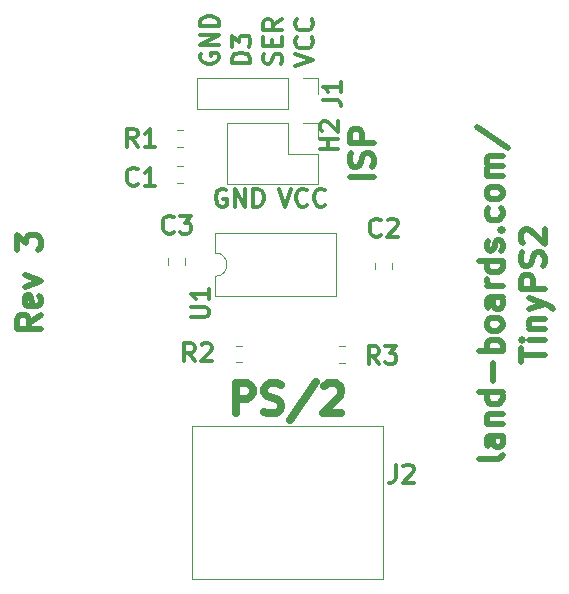
<source format=gbr>
G04 #@! TF.GenerationSoftware,KiCad,Pcbnew,(5.1.10)-1*
G04 #@! TF.CreationDate,2022-05-05T12:24:17-04:00*
G04 #@! TF.ProjectId,TinyPS2,54696e79-5053-4322-9e6b-696361645f70,X1*
G04 #@! TF.SameCoordinates,Original*
G04 #@! TF.FileFunction,Legend,Top*
G04 #@! TF.FilePolarity,Positive*
%FSLAX46Y46*%
G04 Gerber Fmt 4.6, Leading zero omitted, Abs format (unit mm)*
G04 Created by KiCad (PCBNEW (5.1.10)-1) date 2022-05-05 12:24:17*
%MOMM*%
%LPD*%
G01*
G04 APERTURE LIST*
%ADD10C,0.635000*%
%ADD11C,0.304800*%
%ADD12C,0.508000*%
%ADD13C,0.120000*%
G04 APERTURE END LIST*
D10*
X30383238Y-44583047D02*
X30383238Y-42043047D01*
X31350857Y-42043047D01*
X31592761Y-42164000D01*
X31713714Y-42284952D01*
X31834666Y-42526857D01*
X31834666Y-42889714D01*
X31713714Y-43131619D01*
X31592761Y-43252571D01*
X31350857Y-43373523D01*
X30383238Y-43373523D01*
X32802285Y-44462095D02*
X33165142Y-44583047D01*
X33769904Y-44583047D01*
X34011809Y-44462095D01*
X34132761Y-44341142D01*
X34253714Y-44099238D01*
X34253714Y-43857333D01*
X34132761Y-43615428D01*
X34011809Y-43494476D01*
X33769904Y-43373523D01*
X33286095Y-43252571D01*
X33044190Y-43131619D01*
X32923238Y-43010666D01*
X32802285Y-42768761D01*
X32802285Y-42526857D01*
X32923238Y-42284952D01*
X33044190Y-42164000D01*
X33286095Y-42043047D01*
X33890857Y-42043047D01*
X34253714Y-42164000D01*
X37156571Y-41922095D02*
X34979428Y-45187809D01*
X37882285Y-42284952D02*
X38003238Y-42164000D01*
X38245142Y-42043047D01*
X38849904Y-42043047D01*
X39091809Y-42164000D01*
X39212761Y-42284952D01*
X39333714Y-42526857D01*
X39333714Y-42768761D01*
X39212761Y-43131619D01*
X37761333Y-44583047D01*
X39333714Y-44583047D01*
D11*
X29572857Y-25654000D02*
X29427714Y-25581428D01*
X29210000Y-25581428D01*
X28992285Y-25654000D01*
X28847142Y-25799142D01*
X28774571Y-25944285D01*
X28702000Y-26234571D01*
X28702000Y-26452285D01*
X28774571Y-26742571D01*
X28847142Y-26887714D01*
X28992285Y-27032857D01*
X29210000Y-27105428D01*
X29355142Y-27105428D01*
X29572857Y-27032857D01*
X29645428Y-26960285D01*
X29645428Y-26452285D01*
X29355142Y-26452285D01*
X30298571Y-27105428D02*
X30298571Y-25581428D01*
X31169428Y-27105428D01*
X31169428Y-25581428D01*
X31895142Y-27105428D02*
X31895142Y-25581428D01*
X32258000Y-25581428D01*
X32475714Y-25654000D01*
X32620857Y-25799142D01*
X32693428Y-25944285D01*
X32766000Y-26234571D01*
X32766000Y-26452285D01*
X32693428Y-26742571D01*
X32620857Y-26887714D01*
X32475714Y-27032857D01*
X32258000Y-27105428D01*
X31895142Y-27105428D01*
X34036000Y-25581428D02*
X34544000Y-27105428D01*
X35052000Y-25581428D01*
X36430857Y-26960285D02*
X36358285Y-27032857D01*
X36140571Y-27105428D01*
X35995428Y-27105428D01*
X35777714Y-27032857D01*
X35632571Y-26887714D01*
X35560000Y-26742571D01*
X35487428Y-26452285D01*
X35487428Y-26234571D01*
X35560000Y-25944285D01*
X35632571Y-25799142D01*
X35777714Y-25654000D01*
X35995428Y-25581428D01*
X36140571Y-25581428D01*
X36358285Y-25654000D01*
X36430857Y-25726571D01*
X37954857Y-26960285D02*
X37882285Y-27032857D01*
X37664571Y-27105428D01*
X37519428Y-27105428D01*
X37301714Y-27032857D01*
X37156571Y-26887714D01*
X37084000Y-26742571D01*
X37011428Y-26452285D01*
X37011428Y-26234571D01*
X37084000Y-25944285D01*
X37156571Y-25799142D01*
X37301714Y-25654000D01*
X37519428Y-25581428D01*
X37664571Y-25581428D01*
X37882285Y-25654000D01*
X37954857Y-25726571D01*
X27470100Y-14134737D02*
X27395109Y-14279880D01*
X27395109Y-14497594D01*
X27470100Y-14715308D01*
X27620080Y-14860451D01*
X27770061Y-14933022D01*
X28070023Y-15005594D01*
X28294995Y-15005594D01*
X28594957Y-14933022D01*
X28744938Y-14860451D01*
X28894919Y-14715308D01*
X28969909Y-14497594D01*
X28969909Y-14352451D01*
X28894919Y-14134737D01*
X28819928Y-14062165D01*
X28294995Y-14062165D01*
X28294995Y-14352451D01*
X28969909Y-13409022D02*
X27395109Y-13409022D01*
X28969909Y-12538165D01*
X27395109Y-12538165D01*
X28969909Y-11812451D02*
X27395109Y-11812451D01*
X27395109Y-11449594D01*
X27470100Y-11231880D01*
X27620080Y-11086737D01*
X27770061Y-11014165D01*
X28070023Y-10941594D01*
X28294995Y-10941594D01*
X28594957Y-11014165D01*
X28744938Y-11086737D01*
X28894919Y-11231880D01*
X28969909Y-11449594D01*
X28969909Y-11812451D01*
X31636909Y-14933022D02*
X30062109Y-14933022D01*
X30062109Y-14570165D01*
X30137100Y-14352451D01*
X30287080Y-14207308D01*
X30437061Y-14134737D01*
X30737023Y-14062165D01*
X30961995Y-14062165D01*
X31261957Y-14134737D01*
X31411938Y-14207308D01*
X31561919Y-14352451D01*
X31636909Y-14570165D01*
X31636909Y-14933022D01*
X30062109Y-13554165D02*
X30062109Y-12610737D01*
X30662033Y-13118737D01*
X30662033Y-12901022D01*
X30737023Y-12755880D01*
X30812014Y-12683308D01*
X30961995Y-12610737D01*
X31336947Y-12610737D01*
X31486928Y-12683308D01*
X31561919Y-12755880D01*
X31636909Y-12901022D01*
X31636909Y-13336451D01*
X31561919Y-13481594D01*
X31486928Y-13554165D01*
X34228919Y-15005594D02*
X34303909Y-14787880D01*
X34303909Y-14425022D01*
X34228919Y-14279880D01*
X34153928Y-14207308D01*
X34003947Y-14134737D01*
X33853966Y-14134737D01*
X33703985Y-14207308D01*
X33628995Y-14279880D01*
X33554004Y-14425022D01*
X33479014Y-14715308D01*
X33404023Y-14860451D01*
X33329033Y-14933022D01*
X33179052Y-15005594D01*
X33029071Y-15005594D01*
X32879090Y-14933022D01*
X32804100Y-14860451D01*
X32729109Y-14715308D01*
X32729109Y-14352451D01*
X32804100Y-14134737D01*
X33479014Y-13481594D02*
X33479014Y-12973594D01*
X34303909Y-12755880D02*
X34303909Y-13481594D01*
X32729109Y-13481594D01*
X32729109Y-12755880D01*
X34303909Y-11231880D02*
X33554004Y-11739880D01*
X34303909Y-12102737D02*
X32729109Y-12102737D01*
X32729109Y-11522165D01*
X32804100Y-11377022D01*
X32879090Y-11304451D01*
X33029071Y-11231880D01*
X33254042Y-11231880D01*
X33404023Y-11304451D01*
X33479014Y-11377022D01*
X33554004Y-11522165D01*
X33554004Y-12102737D01*
X35396109Y-15150737D02*
X36970909Y-14642737D01*
X35396109Y-14134737D01*
X36820928Y-12755880D02*
X36895919Y-12828451D01*
X36970909Y-13046165D01*
X36970909Y-13191308D01*
X36895919Y-13409022D01*
X36745938Y-13554165D01*
X36595957Y-13626737D01*
X36295995Y-13699308D01*
X36071023Y-13699308D01*
X35771061Y-13626737D01*
X35621080Y-13554165D01*
X35471100Y-13409022D01*
X35396109Y-13191308D01*
X35396109Y-13046165D01*
X35471100Y-12828451D01*
X35546090Y-12755880D01*
X36820928Y-11231880D02*
X36895919Y-11304451D01*
X36970909Y-11522165D01*
X36970909Y-11667308D01*
X36895919Y-11885022D01*
X36745938Y-12030165D01*
X36595957Y-12102737D01*
X36295995Y-12175308D01*
X36071023Y-12175308D01*
X35771061Y-12102737D01*
X35621080Y-12030165D01*
X35471100Y-11885022D01*
X35396109Y-11667308D01*
X35396109Y-11522165D01*
X35471100Y-11304451D01*
X35546090Y-11231880D01*
D12*
X13873238Y-36285714D02*
X12905619Y-36963047D01*
X13873238Y-37446857D02*
X11841238Y-37446857D01*
X11841238Y-36672761D01*
X11938000Y-36479238D01*
X12034761Y-36382476D01*
X12228285Y-36285714D01*
X12518571Y-36285714D01*
X12712095Y-36382476D01*
X12808857Y-36479238D01*
X12905619Y-36672761D01*
X12905619Y-37446857D01*
X13776476Y-34640761D02*
X13873238Y-34834285D01*
X13873238Y-35221333D01*
X13776476Y-35414857D01*
X13582952Y-35511619D01*
X12808857Y-35511619D01*
X12615333Y-35414857D01*
X12518571Y-35221333D01*
X12518571Y-34834285D01*
X12615333Y-34640761D01*
X12808857Y-34544000D01*
X13002380Y-34544000D01*
X13195904Y-35511619D01*
X12518571Y-33866666D02*
X13873238Y-33382857D01*
X12518571Y-32899047D01*
X11841238Y-30770285D02*
X11841238Y-29512380D01*
X12615333Y-30189714D01*
X12615333Y-29899428D01*
X12712095Y-29705904D01*
X12808857Y-29609142D01*
X13002380Y-29512380D01*
X13486190Y-29512380D01*
X13679714Y-29609142D01*
X13776476Y-29705904D01*
X13873238Y-29899428D01*
X13873238Y-30480000D01*
X13776476Y-30673523D01*
X13679714Y-30770285D01*
X42067238Y-24589619D02*
X40035238Y-24589619D01*
X41970476Y-23718761D02*
X42067238Y-23428476D01*
X42067238Y-22944666D01*
X41970476Y-22751142D01*
X41873714Y-22654380D01*
X41680190Y-22557619D01*
X41486666Y-22557619D01*
X41293142Y-22654380D01*
X41196380Y-22751142D01*
X41099619Y-22944666D01*
X41002857Y-23331714D01*
X40906095Y-23525238D01*
X40809333Y-23622000D01*
X40615809Y-23718761D01*
X40422285Y-23718761D01*
X40228761Y-23622000D01*
X40132000Y-23525238D01*
X40035238Y-23331714D01*
X40035238Y-22847904D01*
X40132000Y-22557619D01*
X42067238Y-21686761D02*
X40035238Y-21686761D01*
X40035238Y-20912666D01*
X40132000Y-20719142D01*
X40228761Y-20622380D01*
X40422285Y-20525619D01*
X40712571Y-20525619D01*
X40906095Y-20622380D01*
X41002857Y-20719142D01*
X41099619Y-20912666D01*
X41099619Y-21686761D01*
X52989238Y-48139047D02*
X52892476Y-48332571D01*
X52698952Y-48429333D01*
X50957238Y-48429333D01*
X52989238Y-46494095D02*
X51924857Y-46494095D01*
X51731333Y-46590857D01*
X51634571Y-46784380D01*
X51634571Y-47171428D01*
X51731333Y-47364952D01*
X52892476Y-46494095D02*
X52989238Y-46687619D01*
X52989238Y-47171428D01*
X52892476Y-47364952D01*
X52698952Y-47461714D01*
X52505428Y-47461714D01*
X52311904Y-47364952D01*
X52215142Y-47171428D01*
X52215142Y-46687619D01*
X52118380Y-46494095D01*
X51634571Y-45526476D02*
X52989238Y-45526476D01*
X51828095Y-45526476D02*
X51731333Y-45429714D01*
X51634571Y-45236190D01*
X51634571Y-44945904D01*
X51731333Y-44752380D01*
X51924857Y-44655619D01*
X52989238Y-44655619D01*
X52989238Y-42817142D02*
X50957238Y-42817142D01*
X52892476Y-42817142D02*
X52989238Y-43010666D01*
X52989238Y-43397714D01*
X52892476Y-43591238D01*
X52795714Y-43688000D01*
X52602190Y-43784761D01*
X52021619Y-43784761D01*
X51828095Y-43688000D01*
X51731333Y-43591238D01*
X51634571Y-43397714D01*
X51634571Y-43010666D01*
X51731333Y-42817142D01*
X52215142Y-41849523D02*
X52215142Y-40301333D01*
X52989238Y-39333714D02*
X50957238Y-39333714D01*
X51731333Y-39333714D02*
X51634571Y-39140190D01*
X51634571Y-38753142D01*
X51731333Y-38559619D01*
X51828095Y-38462857D01*
X52021619Y-38366095D01*
X52602190Y-38366095D01*
X52795714Y-38462857D01*
X52892476Y-38559619D01*
X52989238Y-38753142D01*
X52989238Y-39140190D01*
X52892476Y-39333714D01*
X52989238Y-37204952D02*
X52892476Y-37398476D01*
X52795714Y-37495238D01*
X52602190Y-37592000D01*
X52021619Y-37592000D01*
X51828095Y-37495238D01*
X51731333Y-37398476D01*
X51634571Y-37204952D01*
X51634571Y-36914666D01*
X51731333Y-36721142D01*
X51828095Y-36624380D01*
X52021619Y-36527619D01*
X52602190Y-36527619D01*
X52795714Y-36624380D01*
X52892476Y-36721142D01*
X52989238Y-36914666D01*
X52989238Y-37204952D01*
X52989238Y-34785904D02*
X51924857Y-34785904D01*
X51731333Y-34882666D01*
X51634571Y-35076190D01*
X51634571Y-35463238D01*
X51731333Y-35656761D01*
X52892476Y-34785904D02*
X52989238Y-34979428D01*
X52989238Y-35463238D01*
X52892476Y-35656761D01*
X52698952Y-35753523D01*
X52505428Y-35753523D01*
X52311904Y-35656761D01*
X52215142Y-35463238D01*
X52215142Y-34979428D01*
X52118380Y-34785904D01*
X52989238Y-33818285D02*
X51634571Y-33818285D01*
X52021619Y-33818285D02*
X51828095Y-33721523D01*
X51731333Y-33624761D01*
X51634571Y-33431238D01*
X51634571Y-33237714D01*
X52989238Y-31689523D02*
X50957238Y-31689523D01*
X52892476Y-31689523D02*
X52989238Y-31883047D01*
X52989238Y-32270095D01*
X52892476Y-32463619D01*
X52795714Y-32560380D01*
X52602190Y-32657142D01*
X52021619Y-32657142D01*
X51828095Y-32560380D01*
X51731333Y-32463619D01*
X51634571Y-32270095D01*
X51634571Y-31883047D01*
X51731333Y-31689523D01*
X52892476Y-30818666D02*
X52989238Y-30625142D01*
X52989238Y-30238095D01*
X52892476Y-30044571D01*
X52698952Y-29947809D01*
X52602190Y-29947809D01*
X52408666Y-30044571D01*
X52311904Y-30238095D01*
X52311904Y-30528380D01*
X52215142Y-30721904D01*
X52021619Y-30818666D01*
X51924857Y-30818666D01*
X51731333Y-30721904D01*
X51634571Y-30528380D01*
X51634571Y-30238095D01*
X51731333Y-30044571D01*
X52795714Y-29076952D02*
X52892476Y-28980190D01*
X52989238Y-29076952D01*
X52892476Y-29173714D01*
X52795714Y-29076952D01*
X52989238Y-29076952D01*
X52892476Y-27238476D02*
X52989238Y-27432000D01*
X52989238Y-27819047D01*
X52892476Y-28012571D01*
X52795714Y-28109333D01*
X52602190Y-28206095D01*
X52021619Y-28206095D01*
X51828095Y-28109333D01*
X51731333Y-28012571D01*
X51634571Y-27819047D01*
X51634571Y-27432000D01*
X51731333Y-27238476D01*
X52989238Y-26077333D02*
X52892476Y-26270857D01*
X52795714Y-26367619D01*
X52602190Y-26464380D01*
X52021619Y-26464380D01*
X51828095Y-26367619D01*
X51731333Y-26270857D01*
X51634571Y-26077333D01*
X51634571Y-25787047D01*
X51731333Y-25593523D01*
X51828095Y-25496761D01*
X52021619Y-25400000D01*
X52602190Y-25400000D01*
X52795714Y-25496761D01*
X52892476Y-25593523D01*
X52989238Y-25787047D01*
X52989238Y-26077333D01*
X52989238Y-24529142D02*
X51634571Y-24529142D01*
X51828095Y-24529142D02*
X51731333Y-24432380D01*
X51634571Y-24238857D01*
X51634571Y-23948571D01*
X51731333Y-23755047D01*
X51924857Y-23658285D01*
X52989238Y-23658285D01*
X51924857Y-23658285D02*
X51731333Y-23561523D01*
X51634571Y-23368000D01*
X51634571Y-23077714D01*
X51731333Y-22884190D01*
X51924857Y-22787428D01*
X52989238Y-22787428D01*
X50860476Y-20368380D02*
X53473047Y-22110095D01*
X54513238Y-40252952D02*
X54513238Y-39091809D01*
X56545238Y-39672380D02*
X54513238Y-39672380D01*
X56545238Y-38414476D02*
X55190571Y-38414476D01*
X54513238Y-38414476D02*
X54610000Y-38511238D01*
X54706761Y-38414476D01*
X54610000Y-38317714D01*
X54513238Y-38414476D01*
X54706761Y-38414476D01*
X55190571Y-37446857D02*
X56545238Y-37446857D01*
X55384095Y-37446857D02*
X55287333Y-37350095D01*
X55190571Y-37156571D01*
X55190571Y-36866285D01*
X55287333Y-36672761D01*
X55480857Y-36576000D01*
X56545238Y-36576000D01*
X55190571Y-35801904D02*
X56545238Y-35318095D01*
X55190571Y-34834285D02*
X56545238Y-35318095D01*
X57029047Y-35511619D01*
X57125809Y-35608380D01*
X57222571Y-35801904D01*
X56545238Y-34060190D02*
X54513238Y-34060190D01*
X54513238Y-33286095D01*
X54610000Y-33092571D01*
X54706761Y-32995809D01*
X54900285Y-32899047D01*
X55190571Y-32899047D01*
X55384095Y-32995809D01*
X55480857Y-33092571D01*
X55577619Y-33286095D01*
X55577619Y-34060190D01*
X56448476Y-32124952D02*
X56545238Y-31834666D01*
X56545238Y-31350857D01*
X56448476Y-31157333D01*
X56351714Y-31060571D01*
X56158190Y-30963809D01*
X55964666Y-30963809D01*
X55771142Y-31060571D01*
X55674380Y-31157333D01*
X55577619Y-31350857D01*
X55480857Y-31737904D01*
X55384095Y-31931428D01*
X55287333Y-32028190D01*
X55093809Y-32124952D01*
X54900285Y-32124952D01*
X54706761Y-32028190D01*
X54610000Y-31931428D01*
X54513238Y-31737904D01*
X54513238Y-31254095D01*
X54610000Y-30963809D01*
X54706761Y-30189714D02*
X54610000Y-30092952D01*
X54513238Y-29899428D01*
X54513238Y-29415619D01*
X54610000Y-29222095D01*
X54706761Y-29125333D01*
X54900285Y-29028571D01*
X55093809Y-29028571D01*
X55384095Y-29125333D01*
X56545238Y-30286476D01*
X56545238Y-29028571D01*
D13*
X26110000Y-31488748D02*
X26110000Y-32011252D01*
X24690000Y-31488748D02*
X24690000Y-32011252D01*
X25915252Y-25094000D02*
X25392748Y-25094000D01*
X25915252Y-23674000D02*
X25392748Y-23674000D01*
X43636000Y-32392252D02*
X43636000Y-31869748D01*
X42216000Y-32392252D02*
X42216000Y-31869748D01*
X29658000Y-20006000D02*
X29658000Y-25206000D01*
X34798000Y-20006000D02*
X29658000Y-20006000D01*
X37398000Y-25206000D02*
X29658000Y-25206000D01*
X34798000Y-20006000D02*
X34798000Y-22606000D01*
X34798000Y-22606000D02*
X37398000Y-22606000D01*
X37398000Y-22606000D02*
X37398000Y-25206000D01*
X36068000Y-20006000D02*
X37398000Y-20006000D01*
X37398000Y-20006000D02*
X37398000Y-21336000D01*
X27118000Y-16196000D02*
X27118000Y-18856000D01*
X34798000Y-16196000D02*
X27118000Y-16196000D01*
X34798000Y-18856000D02*
X27118000Y-18856000D01*
X34798000Y-16196000D02*
X34798000Y-18856000D01*
X36068000Y-16196000D02*
X37398000Y-16196000D01*
X37398000Y-16196000D02*
X37398000Y-17526000D01*
X42868000Y-45638000D02*
X42868000Y-58638000D01*
X26668000Y-45638000D02*
X26668000Y-58638000D01*
X26668000Y-45638000D02*
X42868000Y-45638000D01*
X26668000Y-58638000D02*
X42868000Y-58638000D01*
X25392748Y-20626000D02*
X25915252Y-20626000D01*
X25392748Y-22046000D02*
X25915252Y-22046000D01*
X28642000Y-33004000D02*
X28642000Y-34654000D01*
X28642000Y-34654000D02*
X38922000Y-34654000D01*
X38922000Y-34654000D02*
X38922000Y-29354000D01*
X38922000Y-29354000D02*
X28642000Y-29354000D01*
X28642000Y-29354000D02*
X28642000Y-31004000D01*
X28642000Y-31004000D02*
G75*
G02*
X28642000Y-33004000I0J-1000000D01*
G01*
X30442749Y-40293001D02*
X30965253Y-40293001D01*
X30442749Y-38873001D02*
X30965253Y-38873001D01*
X39631252Y-40334000D02*
X39108748Y-40334000D01*
X39631252Y-38914000D02*
X39108748Y-38914000D01*
D11*
X25146000Y-29246285D02*
X25073428Y-29318857D01*
X24855714Y-29391428D01*
X24710571Y-29391428D01*
X24492857Y-29318857D01*
X24347714Y-29173714D01*
X24275142Y-29028571D01*
X24202571Y-28738285D01*
X24202571Y-28520571D01*
X24275142Y-28230285D01*
X24347714Y-28085142D01*
X24492857Y-27940000D01*
X24710571Y-27867428D01*
X24855714Y-27867428D01*
X25073428Y-27940000D01*
X25146000Y-28012571D01*
X25654000Y-27867428D02*
X26597428Y-27867428D01*
X26089428Y-28448000D01*
X26307142Y-28448000D01*
X26452285Y-28520571D01*
X26524857Y-28593142D01*
X26597428Y-28738285D01*
X26597428Y-29101142D01*
X26524857Y-29246285D01*
X26452285Y-29318857D01*
X26307142Y-29391428D01*
X25871714Y-29391428D01*
X25726571Y-29318857D01*
X25654000Y-29246285D01*
X22098000Y-25182285D02*
X22025428Y-25254857D01*
X21807714Y-25327428D01*
X21662571Y-25327428D01*
X21444857Y-25254857D01*
X21299714Y-25109714D01*
X21227142Y-24964571D01*
X21154571Y-24674285D01*
X21154571Y-24456571D01*
X21227142Y-24166285D01*
X21299714Y-24021142D01*
X21444857Y-23876000D01*
X21662571Y-23803428D01*
X21807714Y-23803428D01*
X22025428Y-23876000D01*
X22098000Y-23948571D01*
X23549428Y-25327428D02*
X22678571Y-25327428D01*
X23114000Y-25327428D02*
X23114000Y-23803428D01*
X22968857Y-24021142D01*
X22823714Y-24166285D01*
X22678571Y-24238857D01*
X42672000Y-29500285D02*
X42599428Y-29572857D01*
X42381714Y-29645428D01*
X42236571Y-29645428D01*
X42018857Y-29572857D01*
X41873714Y-29427714D01*
X41801142Y-29282571D01*
X41728571Y-28992285D01*
X41728571Y-28774571D01*
X41801142Y-28484285D01*
X41873714Y-28339142D01*
X42018857Y-28194000D01*
X42236571Y-28121428D01*
X42381714Y-28121428D01*
X42599428Y-28194000D01*
X42672000Y-28266571D01*
X43252571Y-28266571D02*
X43325142Y-28194000D01*
X43470285Y-28121428D01*
X43833142Y-28121428D01*
X43978285Y-28194000D01*
X44050857Y-28266571D01*
X44123428Y-28411714D01*
X44123428Y-28556857D01*
X44050857Y-28774571D01*
X43180000Y-29645428D01*
X44123428Y-29645428D01*
X39043428Y-22243142D02*
X37519428Y-22243142D01*
X38245142Y-22243142D02*
X38245142Y-21372285D01*
X39043428Y-21372285D02*
X37519428Y-21372285D01*
X37664571Y-20719142D02*
X37592000Y-20646571D01*
X37519428Y-20501428D01*
X37519428Y-20138571D01*
X37592000Y-19993428D01*
X37664571Y-19920857D01*
X37809714Y-19848285D01*
X37954857Y-19848285D01*
X38172571Y-19920857D01*
X39043428Y-20791714D01*
X39043428Y-19848285D01*
X37773428Y-18034000D02*
X38862000Y-18034000D01*
X39079714Y-18106571D01*
X39224857Y-18251714D01*
X39297428Y-18469428D01*
X39297428Y-18614571D01*
X39297428Y-16510000D02*
X39297428Y-17380857D01*
X39297428Y-16945428D02*
X37773428Y-16945428D01*
X37991142Y-17090571D01*
X38136285Y-17235714D01*
X38208857Y-17380857D01*
X43942000Y-48949428D02*
X43942000Y-50038000D01*
X43869428Y-50255714D01*
X43724285Y-50400857D01*
X43506571Y-50473428D01*
X43361428Y-50473428D01*
X44595142Y-49094571D02*
X44667714Y-49022000D01*
X44812857Y-48949428D01*
X45175714Y-48949428D01*
X45320857Y-49022000D01*
X45393428Y-49094571D01*
X45466000Y-49239714D01*
X45466000Y-49384857D01*
X45393428Y-49602571D01*
X44522571Y-50473428D01*
X45466000Y-50473428D01*
X22098000Y-22025428D02*
X21590000Y-21299714D01*
X21227142Y-22025428D02*
X21227142Y-20501428D01*
X21807714Y-20501428D01*
X21952857Y-20574000D01*
X22025428Y-20646571D01*
X22098000Y-20791714D01*
X22098000Y-21009428D01*
X22025428Y-21154571D01*
X21952857Y-21227142D01*
X21807714Y-21299714D01*
X21227142Y-21299714D01*
X23549428Y-22025428D02*
X22678571Y-22025428D01*
X23114000Y-22025428D02*
X23114000Y-20501428D01*
X22968857Y-20719142D01*
X22823714Y-20864285D01*
X22678571Y-20936857D01*
X26597428Y-36467142D02*
X27831142Y-36467142D01*
X27976285Y-36394571D01*
X28048857Y-36322000D01*
X28121428Y-36176857D01*
X28121428Y-35886571D01*
X28048857Y-35741428D01*
X27976285Y-35668857D01*
X27831142Y-35596285D01*
X26597428Y-35596285D01*
X28121428Y-34072285D02*
X28121428Y-34943142D01*
X28121428Y-34507714D02*
X26597428Y-34507714D01*
X26815142Y-34652857D01*
X26960285Y-34798000D01*
X27032857Y-34943142D01*
X26924000Y-40186428D02*
X26416000Y-39460714D01*
X26053142Y-40186428D02*
X26053142Y-38662428D01*
X26633714Y-38662428D01*
X26778857Y-38735000D01*
X26851428Y-38807571D01*
X26924000Y-38952714D01*
X26924000Y-39170428D01*
X26851428Y-39315571D01*
X26778857Y-39388142D01*
X26633714Y-39460714D01*
X26053142Y-39460714D01*
X27504571Y-38807571D02*
X27577142Y-38735000D01*
X27722285Y-38662428D01*
X28085142Y-38662428D01*
X28230285Y-38735000D01*
X28302857Y-38807571D01*
X28375428Y-38952714D01*
X28375428Y-39097857D01*
X28302857Y-39315571D01*
X27432000Y-40186428D01*
X28375428Y-40186428D01*
X42545000Y-40440428D02*
X42037000Y-39714714D01*
X41674142Y-40440428D02*
X41674142Y-38916428D01*
X42254714Y-38916428D01*
X42399857Y-38989000D01*
X42472428Y-39061571D01*
X42545000Y-39206714D01*
X42545000Y-39424428D01*
X42472428Y-39569571D01*
X42399857Y-39642142D01*
X42254714Y-39714714D01*
X41674142Y-39714714D01*
X43053000Y-38916428D02*
X43996428Y-38916428D01*
X43488428Y-39497000D01*
X43706142Y-39497000D01*
X43851285Y-39569571D01*
X43923857Y-39642142D01*
X43996428Y-39787285D01*
X43996428Y-40150142D01*
X43923857Y-40295285D01*
X43851285Y-40367857D01*
X43706142Y-40440428D01*
X43270714Y-40440428D01*
X43125571Y-40367857D01*
X43053000Y-40295285D01*
M02*

</source>
